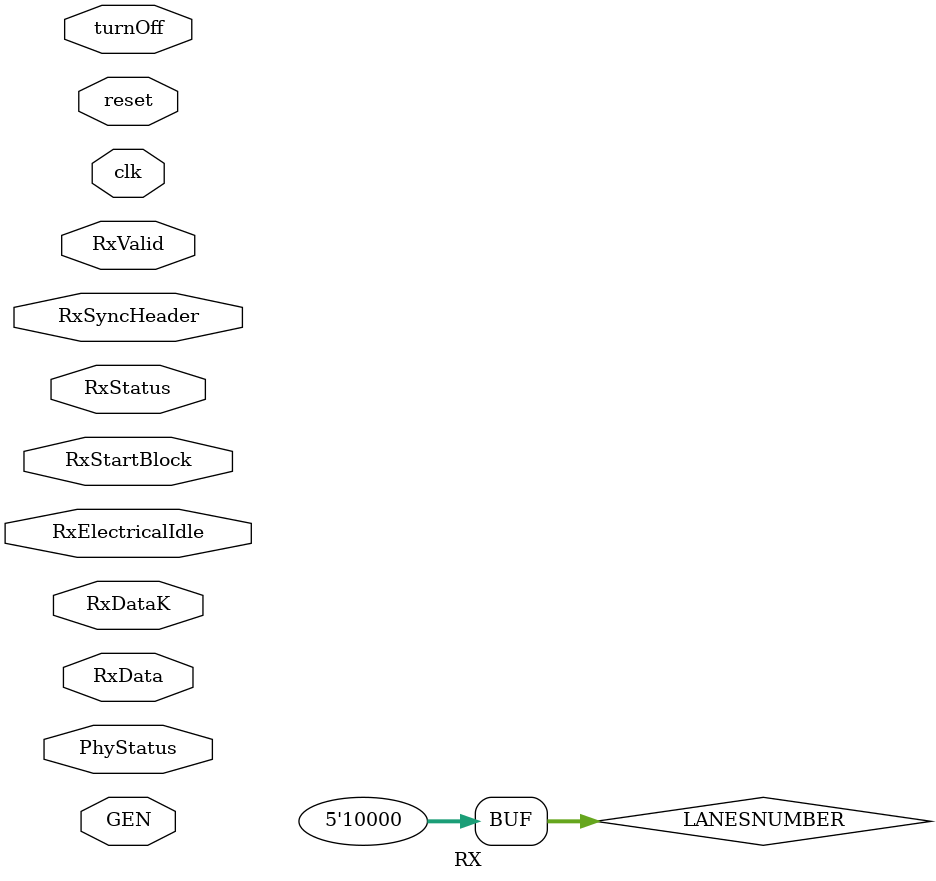
<source format=v>
module RX #(parameter GEN1_PIPEWIDTH = 8, parameter GEN2_PIPEWIDTH = 16, parameter GEN3_PIPEWIDTH = 32, parameter GEN4_PIPEWIDTH = 8,
			parameter GEN5_PIPEWIDTH = 8)(input reset, input clk, input [2:0]GEN, input [15:0]PhyStatus, input [15:0]RxValid,
										input [15:0]RxStartBlock, input [47:0]RxStatus, input [31:0]RxSyncHeader, input [15:0]RxElectricalIdle,
										input [511:0]RxData, input [63:0]RxDataK, input turnOff);
	
	wire [5:0]PIPEWIDTH;
	wire [511:0]PIPEData, descramblerData, LMCData;
	wire [63:0]PIPEDataK, descramblerDataK, LMCDataK;
	wire [15:0]PIPEDataValid, descramblerDataValid, LMCValid;
	wire [31:0]PIPESyncHeader, descramblerSyncHeader;
	reg [4:0]LANESNUMBER = 16;
	
	genvar i;
	
	generate
		for(i=0; i<16; i=i+1)
			begin
			localparam integer j = i*2;
			localparam integer k = i*3;
			localparam integer l = i*4;
			localparam integer m = i*32;
			PIPE_Rx_Data #(.GEN1_PIPEWIDTH(GEN1_PIPEWIDTH), .GEN2_PIPEWIDTH(GEN2_PIPEWIDTH), .GEN3_PIPEWIDTH(GEN3_PIPEWIDTH), .GEN4_PIPEWIDTH(GEN4_PIPEWIDTH),
						.GEN5_PIPEWIDTH(GEN5_PIPEWIDTH)) 
						PIPE(.reset(reset), .clk(clk), .GEN(GEN), .RxValid(RxValid[i]), .RxStatus(RxStatus[k+:3]), .PhyStatus(PhyStatus[i]),
							.RxData(RxData[m+:32]), .RxDataK(RxDataK[l+:4]), .RxStartBlock(RxStartBlock[i]), .RxSyncHeader(RxSyncHeader[j+:2]), .PIPEWIDTH(PIPEWIDTH),
							.PIPESyncHeader(PIPESyncHeader[j+:2]), .PIPEDataValid(PIPEDataValid[i]), .PIPEData(PIPEData[m+:32]), .PIPEDataK(PIPEDataK[l+:4]));
							
			Descrambler descrambler(.clk(clk), .reset(reset), .turnOff(turnOff), .PIPEDataValid(PIPEDataValid[i]), .PIPEWIDTH(PIPEWIDTH), 
								.PIPESyncHeader(PIPESyncHeader[j+:2]), .seedValue(24'b0), .PIPEData(PIPEData[m+:32]), .PIPEDataK(PIPEDataK[l+:4]), 
								.descramblerDataValid(descramblerDataValid[i]), .descramblerData(descramblerData[m+:32]), .descramblerDataK(descramblerDataK[l+:4]), 
								.descramblerSyncHeader(descramblerSyncHeader[j+:2]));	
			end
	endgenerate
	
	LMC #(.GEN1_PIPEWIDTH(GEN1_PIPEWIDTH), .GEN2_PIPEWIDTH(GEN2_PIPEWIDTH), .GEN3_PIPEWIDTH(GEN3_PIPEWIDTH), .GEN4_PIPEWIDTH(GEN4_PIPEWIDTH), .GEN5_PIPEWIDTH(GEN5_PIPEWIDTH))  
		lmc (.clk(clk), .reset(reset), .GEN(GEN), .descramblerSyncHeader(descramblerSyncHeader), .descramblerDataValid(descramblerDataValid),
			.LANESNUMBER(LANESNUMBER), .LMCIn(descramblerData), .descramblerDataK(descramblerDataK), .LMCValid(LMCValid), .LMCDataK(LMCDataK),.LMCData(LMCData));
										
endmodule

</source>
